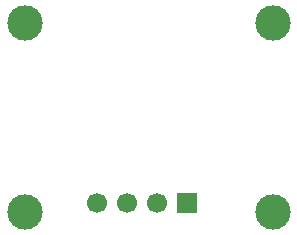
<source format=gbr>
%TF.GenerationSoftware,KiCad,Pcbnew,9.0.6*%
%TF.CreationDate,2026-01-27T12:25:22+08:00*%
%TF.ProjectId,TECHIN514_w26_Lab3,54454348-494e-4353-9134-5f7732365f4c,rev?*%
%TF.SameCoordinates,Original*%
%TF.FileFunction,Soldermask,Bot*%
%TF.FilePolarity,Negative*%
%FSLAX46Y46*%
G04 Gerber Fmt 4.6, Leading zero omitted, Abs format (unit mm)*
G04 Created by KiCad (PCBNEW 9.0.6) date 2026-01-27 12:25:22*
%MOMM*%
%LPD*%
G01*
G04 APERTURE LIST*
%ADD10R,1.700000X1.700000*%
%ADD11C,1.700000*%
%ADD12C,3.000000*%
G04 APERTURE END LIST*
D10*
%TO.C,J1*%
X111268400Y-50498400D03*
D11*
X108728400Y-50498400D03*
X106188400Y-50498400D03*
X103648400Y-50498400D03*
%TD*%
D12*
%TO.C,REF\u002A\u002A*%
X97548400Y-51223200D03*
%TD*%
%TO.C,REF\u002A\u002A*%
X118548400Y-51223200D03*
%TD*%
%TO.C,REF\u002A\u002A*%
X97548400Y-35223200D03*
%TD*%
%TO.C,REF\u002A\u002A*%
X118548400Y-35223200D03*
%TD*%
M02*

</source>
